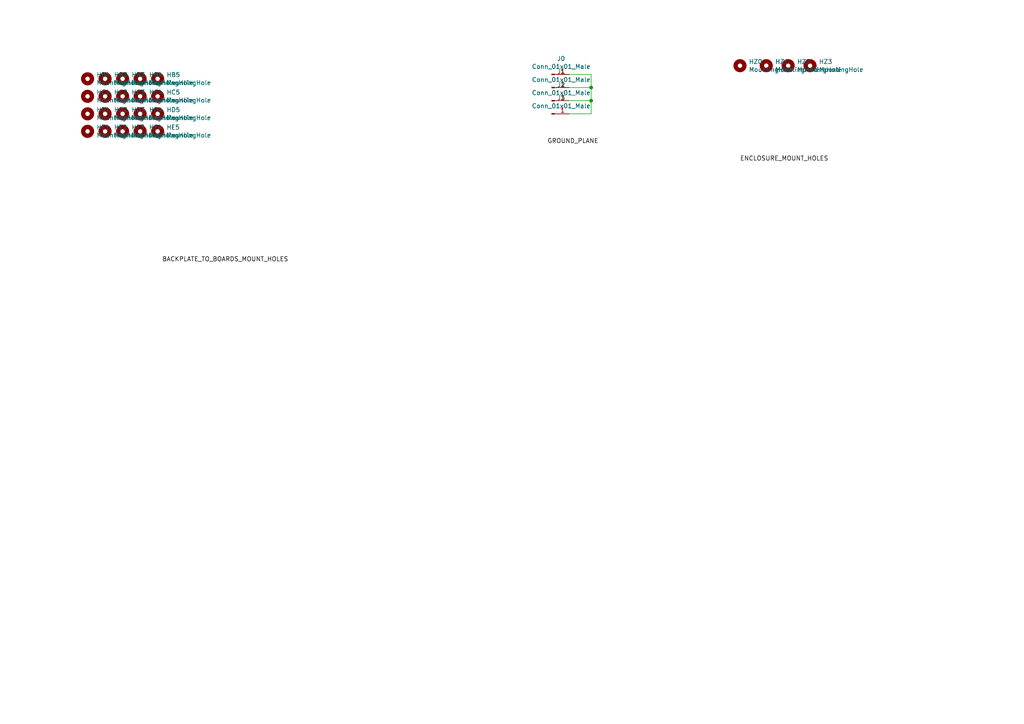
<source format=kicad_sch>
(kicad_sch (version 20211123) (generator eeschema)
  (paper "A4")
  (title_block (title "A07 Backplate") (company "Galopago"))
  (lib_symbols
    (symbol "Connector:Conn_01x01_Male" (pin_names (offset 1.016) hide)
      (property "Reference" "J" (at 0 2.54 0))
      (property "Value" "Conn_01x01_Male" (at 0 -2.54 0))
      (symbol "Conn_01x01_Male_1_1"
        (polyline (pts (xy 1.27 0) (xy 0.8636 0)) (stroke (width 0.1524)))
        (rectangle (start 0.8636 0.127) (end 0 -0.127) (stroke (width 0.1524)) (fill (type outline)))
        (pin passive line (at 5.08 0 180) (length 3.81) (name "Pin_1") (number "1"))
      )
    )
    (symbol "Mechanical:MountingHole" (pin_names (offset 1.016))
      (property "Reference" "H" (at 0 5.08 0))
      (property "Value" "MountingHole" (at 0 3.175 0))
      (symbol "MountingHole_0_1"
        (circle (center 0 0) (radius 1.27) (stroke (width 1.27)))
      )
    )
  )
  (junction (at 171.45 25.4))
  (junction (at 171.45 29.21))
  (wire (pts (xy 171.45 29.21) (xy 171.45 25.4)))
  (wire (pts (xy 165.1 21.59) (xy 171.45 21.59)))
  (wire (pts (xy 171.45 25.4) (xy 165.1 25.4)))
  (wire (pts (xy 165.1 33.02) (xy 171.45 33.02)))
  (wire (pts (xy 171.45 33.02) (xy 171.45 29.21)))
  (wire (pts (xy 165.1 29.21) (xy 171.45 29.21)))
  (wire (pts (xy 171.45 21.59) (xy 171.45 25.4)))
  (label "ENCLOSURE_MOUNT_HOLES" (at 214.63 46.99 0))
  (label "GROUND_PLANE" (at 158.75 41.91 0))
  (label "BACKPLATE_TO_BOARDS_MOUNT_HOLES" (at 46.99 76.2 0))
  (symbol (lib_id "Mechanical:MountingHole") (at 25.4 22.86 0) (unit 1)
    (property "Reference" "HB1" (at 27.94 21.6916 0) (effects (justify left)))
    (property "Value" "MountingHole" (at 27.94 24.003 0) (effects (justify left)))
    (property "Footprint" "MountingHole:MountingHole_3mm" (effects hide))
  )
  (symbol (lib_id "Mechanical:MountingHole") (at 25.4 27.94 0) (unit 1)
    (property "Reference" "HC1" (at 27.94 26.7716 0) (effects (justify left)))
    (property "Value" "MountingHole" (at 27.94 29.083 0) (effects (justify left)))
    (property "Footprint" "MountingHole:MountingHole_3mm" (effects hide))
  )
  (symbol (lib_id "Mechanical:MountingHole") (at 25.4 33.02 0) (unit 1)
    (property "Reference" "HD1" (at 27.94 31.8516 0) (effects (justify left)))
    (property "Value" "MountingHole" (at 27.94 34.163 0) (effects (justify left)))
    (property "Footprint" "MountingHole:MountingHole_3mm" (effects hide))
  )
  (symbol (lib_id "Mechanical:MountingHole") (at 25.4 38.1 0) (unit 1)
    (property "Reference" "HE1" (at 27.94 36.9316 0) (effects (justify left)))
    (property "Value" "MountingHole" (at 27.94 39.243 0) (effects (justify left)))
    (property "Footprint" "MountingHole:MountingHole_3mm" (effects hide))
  )
  (symbol (lib_id "Mechanical:MountingHole") (at 30.48 22.86 0) (unit 1)
    (property "Reference" "HB2" (at 33.02 21.6916 0) (effects (justify left)))
    (property "Value" "MountingHole" (at 33.02 24.003 0) (effects (justify left)))
    (property "Footprint" "MountingHole:MountingHole_3mm" (effects hide))
  )
  (symbol (lib_id "Mechanical:MountingHole") (at 30.48 27.94 0) (unit 1)
    (property "Reference" "HC2" (at 33.02 26.7716 0) (effects (justify left)))
    (property "Value" "MountingHole" (at 33.02 29.083 0) (effects (justify left)))
    (property "Footprint" "MountingHole:MountingHole_3mm" (effects hide))
  )
  (symbol (lib_id "Mechanical:MountingHole") (at 30.48 33.02 0) (unit 1)
    (property "Reference" "HD2" (at 33.02 31.8516 0) (effects (justify left)))
    (property "Value" "MountingHole" (at 33.02 34.163 0) (effects (justify left)))
    (property "Footprint" "MountingHole:MountingHole_3mm" (effects hide))
  )
  (symbol (lib_id "Mechanical:MountingHole") (at 30.48 38.1 0) (unit 1)
    (property "Reference" "HE2" (at 33.02 36.9316 0) (effects (justify left)))
    (property "Value" "MountingHole" (at 33.02 39.243 0) (effects (justify left)))
    (property "Footprint" "MountingHole:MountingHole_3mm" (effects hide))
  )
  (symbol (lib_id "Mechanical:MountingHole") (at 35.56 22.86 0) (unit 1)
    (property "Reference" "HB3" (at 38.1 21.6916 0) (effects (justify left)))
    (property "Value" "MountingHole" (at 38.1 24.003 0) (effects (justify left)))
    (property "Footprint" "MountingHole:MountingHole_3mm" (effects hide))
  )
  (symbol (lib_id "Mechanical:MountingHole") (at 35.56 27.94 0) (unit 1)
    (property "Reference" "HC3" (at 38.1 26.7716 0) (effects (justify left)))
    (property "Value" "MountingHole" (at 38.1 29.083 0) (effects (justify left)))
    (property "Footprint" "MountingHole:MountingHole_3mm" (effects hide))
  )
  (symbol (lib_id "Mechanical:MountingHole") (at 35.56 33.02 0) (unit 1)
    (property "Reference" "HD3" (at 38.1 31.8516 0) (effects (justify left)))
    (property "Value" "MountingHole" (at 38.1 34.163 0) (effects (justify left)))
    (property "Footprint" "MountingHole:MountingHole_3mm" (effects hide))
  )
  (symbol (lib_id "Mechanical:MountingHole") (at 35.56 38.1 0) (unit 1)
    (property "Reference" "HE3" (at 38.1 36.9316 0) (effects (justify left)))
    (property "Value" "MountingHole" (at 38.1 39.243 0) (effects (justify left)))
    (property "Footprint" "MountingHole:MountingHole_3mm" (effects hide))
  )
  (symbol (lib_id "Mechanical:MountingHole") (at 40.64 22.86 0) (unit 1)
    (property "Reference" "HB4" (at 43.18 21.6916 0) (effects (justify left)))
    (property "Value" "MountingHole" (at 43.18 24.003 0) (effects (justify left)))
    (property "Footprint" "MountingHole:MountingHole_3mm" (effects hide))
  )
  (symbol (lib_id "Mechanical:MountingHole") (at 40.64 27.94 0) (unit 1)
    (property "Reference" "HC4" (at 43.18 26.7716 0) (effects (justify left)))
    (property "Value" "MountingHole" (at 43.18 29.083 0) (effects (justify left)))
    (property "Footprint" "MountingHole:MountingHole_3mm" (effects hide))
  )
  (symbol (lib_id "Mechanical:MountingHole") (at 40.64 33.02 0) (unit 1)
    (property "Reference" "HD4" (at 43.18 31.8516 0) (effects (justify left)))
    (property "Value" "MountingHole" (at 43.18 34.163 0) (effects (justify left)))
    (property "Footprint" "MountingHole:MountingHole_3mm" (effects hide))
  )
  (symbol (lib_id "Mechanical:MountingHole") (at 40.64 38.1 0) (unit 1)
    (property "Reference" "HE4" (at 43.18 36.9316 0) (effects (justify left)))
    (property "Value" "MountingHole" (at 43.18 39.243 0) (effects (justify left)))
    (property "Footprint" "MountingHole:MountingHole_3mm" (effects hide))
  )
  (symbol (lib_id "Mechanical:MountingHole") (at 45.72 22.86 0) (unit 1)
    (property "Reference" "HB5" (at 48.26 21.6916 0) (effects (justify left)))
    (property "Value" "MountingHole" (at 48.26 24.003 0) (effects (justify left)))
    (property "Footprint" "MountingHole:MountingHole_3mm" (effects hide))
  )
  (symbol (lib_id "Mechanical:MountingHole") (at 45.72 27.94 0) (unit 1)
    (property "Reference" "HC5" (at 48.26 26.7716 0) (effects (justify left)))
    (property "Value" "MountingHole" (at 48.26 29.083 0) (effects (justify left)))
    (property "Footprint" "MountingHole:MountingHole_3mm" (effects hide))
  )
  (symbol (lib_id "Mechanical:MountingHole") (at 45.72 33.02 0) (unit 1)
    (property "Reference" "HD5" (at 48.26 31.8516 0) (effects (justify left)))
    (property "Value" "MountingHole" (at 48.26 34.163 0) (effects (justify left)))
    (property "Footprint" "MountingHole:MountingHole_3mm" (effects hide))
  )
  (symbol (lib_id "Mechanical:MountingHole") (at 45.72 38.1 0) (unit 1)
    (property "Reference" "HE5" (at 48.26 36.9316 0) (effects (justify left)))
    (property "Value" "MountingHole" (at 48.26 39.243 0) (effects (justify left)))
    (property "Footprint" "MountingHole:MountingHole_3mm" (effects hide))
  )
  (symbol (lib_id "Mechanical:MountingHole") (at 228.6 19.05 0) (unit 1)
    (property "Reference" "HZ2" (at 231.14 17.8816 0) (effects (justify left)))
    (property "Value" "MountingHole" (at 231.14 20.193 0) (effects (justify left)))
    (property "Footprint" "MountingHole:MountingHole_3mm" (effects hide))
  )
  (symbol (lib_id "Mechanical:MountingHole") (at 222.25 19.05 0) (unit 1)
    (property "Reference" "HZ1" (at 224.79 17.8816 0) (effects (justify left)))
    (property "Value" "MountingHole" (at 224.79 20.193 0) (effects (justify left)))
    (property "Footprint" "MountingHole:MountingHole_3mm" (effects hide))
  )
  (symbol (lib_id "Mechanical:MountingHole") (at 214.63 19.05 0) (unit 1)
    (property "Reference" "HZ0" (at 217.17 17.8816 0) (effects (justify left)))
    (property "Value" "MountingHole" (at 217.17 20.193 0) (effects (justify left)))
    (property "Footprint" "MountingHole:MountingHole_3mm" (effects hide))
  )
  (symbol (lib_id "Mechanical:MountingHole") (at 234.95 19.05 0) (unit 1)
    (property "Reference" "HZ3" (at 237.49 17.8816 0) (effects (justify left)))
    (property "Value" "MountingHole" (at 237.49 20.193 0) (effects (justify left)))
    (property "Footprint" "MountingHole:MountingHole_3mm" (effects hide))
  )
  (symbol (lib_id "Connector:Conn_01x01_Male") (at 160.02 21.59 0) (unit 1)
    (property "Reference" "J0" (at 162.7632 16.9926 0))
    (property "Value" "Conn_01x01_Male" (at 162.7632 19.304 0))
    (property "Footprint" "Connector_Wire:SolderWirePad_1x01_Drill1mm" (effects hide))
  )
  (symbol (lib_id "Connector:Conn_01x01_Male") (at 160.02 25.4 0) (unit 1)
    (property "Reference" "J1" (at 162.7632 20.8026 0))
    (property "Value" "Conn_01x01_Male" (at 162.7632 23.114 0))
    (property "Footprint" "Connector_Wire:SolderWirePad_1x01_Drill1mm" (effects hide))
  )
  (symbol (lib_id "Connector:Conn_01x01_Male") (at 160.02 29.21 0) (unit 1)
    (property "Reference" "J2" (at 162.7632 24.6126 0))
    (property "Value" "Conn_01x01_Male" (at 162.7632 26.924 0))
    (property "Footprint" "Connector_Wire:SolderWirePad_1x01_Drill1mm" (effects hide))
  )
  (symbol (lib_id "Connector:Conn_01x01_Male") (at 160.02 33.02 0) (unit 1)
    (property "Reference" "J3" (at 162.7632 28.4226 0))
    (property "Value" "Conn_01x01_Male" (at 162.7632 30.734 0))
    (property "Footprint" "Connector_Wire:SolderWirePad_1x01_Drill1mm" (effects hide))
  )
)
</source>
